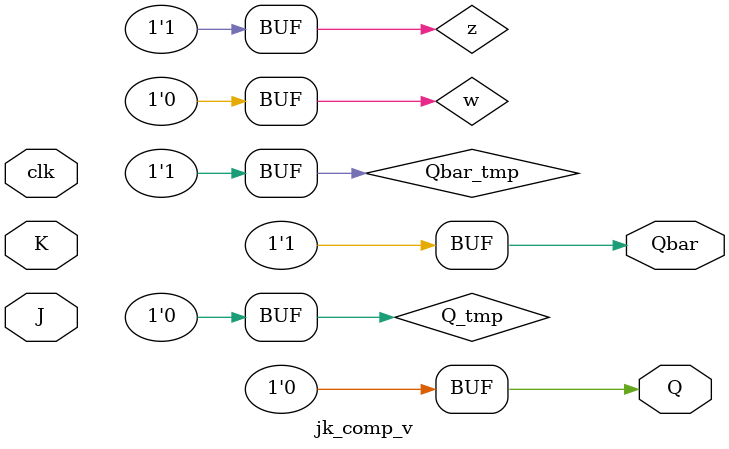
<source format=v>
module jk_comp_v
  ( input J, K,
    input clk,
    output Q, Qbar);
  
  wire w, x, y, z;
  wire Q_tmp, Qbar_tmp;   

  assign Q_tmp = 1'b0;
  assign Qbar_tmp = 1'b1;
  assign w = Q_tmp;
  assign z = Qbar_tmp;

  nnd3_v nand1 ( z, J, clk, x);
  nnd3_v nand2 ( clk, K, w, y);
  nnd2_v nand3 ( x, z, Q_tmp);
  nnd2_v nand4 ( y, w, Qbar_tmp);

  assign Q = Q_tmp;
  assign Qbar = Qbar_tmp;
endmodule

</source>
